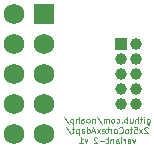
<source format=gbr>
%TF.GenerationSoftware,KiCad,Pcbnew,5.1.8-db9833491~88~ubuntu20.04.1*%
%TF.CreationDate,2020-12-14T11:52:55-05:00*%
%TF.ProjectId,2x5toCortexAdapt,32783574-6f43-46f7-9274-657841646170,rev?*%
%TF.SameCoordinates,Original*%
%TF.FileFunction,Soldermask,Bot*%
%TF.FilePolarity,Negative*%
%FSLAX46Y46*%
G04 Gerber Fmt 4.6, Leading zero omitted, Abs format (unit mm)*
G04 Created by KiCad (PCBNEW 5.1.8-db9833491~88~ubuntu20.04.1) date 2020-12-14 11:52:55*
%MOMM*%
%LPD*%
G01*
G04 APERTURE LIST*
%ADD10C,0.125000*%
%ADD11R,1.000000X1.000000*%
%ADD12C,1.000000*%
%ADD13R,1.750000X1.750000*%
%ADD14C,1.750000*%
G04 APERTURE END LIST*
D10*
X159082952Y-114016357D02*
X159082952Y-114421119D01*
X159106761Y-114468738D01*
X159130571Y-114492547D01*
X159178190Y-114516357D01*
X159249619Y-114516357D01*
X159297238Y-114492547D01*
X159082952Y-114325880D02*
X159130571Y-114349690D01*
X159225809Y-114349690D01*
X159273428Y-114325880D01*
X159297238Y-114302071D01*
X159321047Y-114254452D01*
X159321047Y-114111595D01*
X159297238Y-114063976D01*
X159273428Y-114040166D01*
X159225809Y-114016357D01*
X159130571Y-114016357D01*
X159082952Y-114040166D01*
X158844857Y-114349690D02*
X158844857Y-114016357D01*
X158844857Y-113849690D02*
X158868666Y-113873500D01*
X158844857Y-113897309D01*
X158821047Y-113873500D01*
X158844857Y-113849690D01*
X158844857Y-113897309D01*
X158678190Y-114016357D02*
X158487714Y-114016357D01*
X158606761Y-113849690D02*
X158606761Y-114278261D01*
X158582952Y-114325880D01*
X158535333Y-114349690D01*
X158487714Y-114349690D01*
X158321047Y-114349690D02*
X158321047Y-113849690D01*
X158106761Y-114349690D02*
X158106761Y-114087785D01*
X158130571Y-114040166D01*
X158178190Y-114016357D01*
X158249619Y-114016357D01*
X158297238Y-114040166D01*
X158321047Y-114063976D01*
X157654380Y-114016357D02*
X157654380Y-114349690D01*
X157868666Y-114016357D02*
X157868666Y-114278261D01*
X157844857Y-114325880D01*
X157797238Y-114349690D01*
X157725809Y-114349690D01*
X157678190Y-114325880D01*
X157654380Y-114302071D01*
X157416285Y-114349690D02*
X157416285Y-113849690D01*
X157416285Y-114040166D02*
X157368666Y-114016357D01*
X157273428Y-114016357D01*
X157225809Y-114040166D01*
X157202000Y-114063976D01*
X157178190Y-114111595D01*
X157178190Y-114254452D01*
X157202000Y-114302071D01*
X157225809Y-114325880D01*
X157273428Y-114349690D01*
X157368666Y-114349690D01*
X157416285Y-114325880D01*
X156963904Y-114302071D02*
X156940095Y-114325880D01*
X156963904Y-114349690D01*
X156987714Y-114325880D01*
X156963904Y-114302071D01*
X156963904Y-114349690D01*
X156511523Y-114325880D02*
X156559142Y-114349690D01*
X156654380Y-114349690D01*
X156702000Y-114325880D01*
X156725809Y-114302071D01*
X156749619Y-114254452D01*
X156749619Y-114111595D01*
X156725809Y-114063976D01*
X156702000Y-114040166D01*
X156654380Y-114016357D01*
X156559142Y-114016357D01*
X156511523Y-114040166D01*
X156225809Y-114349690D02*
X156273428Y-114325880D01*
X156297238Y-114302071D01*
X156321047Y-114254452D01*
X156321047Y-114111595D01*
X156297238Y-114063976D01*
X156273428Y-114040166D01*
X156225809Y-114016357D01*
X156154380Y-114016357D01*
X156106761Y-114040166D01*
X156082952Y-114063976D01*
X156059142Y-114111595D01*
X156059142Y-114254452D01*
X156082952Y-114302071D01*
X156106761Y-114325880D01*
X156154380Y-114349690D01*
X156225809Y-114349690D01*
X155844857Y-114349690D02*
X155844857Y-114016357D01*
X155844857Y-114063976D02*
X155821047Y-114040166D01*
X155773428Y-114016357D01*
X155702000Y-114016357D01*
X155654380Y-114040166D01*
X155630571Y-114087785D01*
X155630571Y-114349690D01*
X155630571Y-114087785D02*
X155606761Y-114040166D01*
X155559142Y-114016357D01*
X155487714Y-114016357D01*
X155440095Y-114040166D01*
X155416285Y-114087785D01*
X155416285Y-114349690D01*
X154821047Y-113825880D02*
X155249619Y-114468738D01*
X154654380Y-114016357D02*
X154654380Y-114349690D01*
X154654380Y-114063976D02*
X154630571Y-114040166D01*
X154582952Y-114016357D01*
X154511523Y-114016357D01*
X154463904Y-114040166D01*
X154440095Y-114087785D01*
X154440095Y-114349690D01*
X154130571Y-114349690D02*
X154178190Y-114325880D01*
X154202000Y-114302071D01*
X154225809Y-114254452D01*
X154225809Y-114111595D01*
X154202000Y-114063976D01*
X154178190Y-114040166D01*
X154130571Y-114016357D01*
X154059142Y-114016357D01*
X154011523Y-114040166D01*
X153987714Y-114063976D01*
X153963904Y-114111595D01*
X153963904Y-114254452D01*
X153987714Y-114302071D01*
X154011523Y-114325880D01*
X154059142Y-114349690D01*
X154130571Y-114349690D01*
X153535333Y-114349690D02*
X153535333Y-114087785D01*
X153559142Y-114040166D01*
X153606761Y-114016357D01*
X153702000Y-114016357D01*
X153749619Y-114040166D01*
X153535333Y-114325880D02*
X153582952Y-114349690D01*
X153702000Y-114349690D01*
X153749619Y-114325880D01*
X153773428Y-114278261D01*
X153773428Y-114230642D01*
X153749619Y-114183023D01*
X153702000Y-114159214D01*
X153582952Y-114159214D01*
X153535333Y-114135404D01*
X153297238Y-114349690D02*
X153297238Y-113849690D01*
X153082952Y-114349690D02*
X153082952Y-114087785D01*
X153106761Y-114040166D01*
X153154380Y-114016357D01*
X153225809Y-114016357D01*
X153273428Y-114040166D01*
X153297238Y-114063976D01*
X152844857Y-114016357D02*
X152844857Y-114516357D01*
X152844857Y-114040166D02*
X152797238Y-114016357D01*
X152702000Y-114016357D01*
X152654380Y-114040166D01*
X152630571Y-114063976D01*
X152606761Y-114111595D01*
X152606761Y-114254452D01*
X152630571Y-114302071D01*
X152654380Y-114325880D01*
X152702000Y-114349690D01*
X152797238Y-114349690D01*
X152844857Y-114325880D01*
X152035333Y-113825880D02*
X152463904Y-114468738D01*
X159142476Y-114772309D02*
X159118666Y-114748500D01*
X159071047Y-114724690D01*
X158952000Y-114724690D01*
X158904380Y-114748500D01*
X158880571Y-114772309D01*
X158856761Y-114819928D01*
X158856761Y-114867547D01*
X158880571Y-114938976D01*
X159166285Y-115224690D01*
X158856761Y-115224690D01*
X158690095Y-115224690D02*
X158428190Y-114891357D01*
X158690095Y-114891357D02*
X158428190Y-115224690D01*
X157999619Y-114724690D02*
X158237714Y-114724690D01*
X158261523Y-114962785D01*
X158237714Y-114938976D01*
X158190095Y-114915166D01*
X158071047Y-114915166D01*
X158023428Y-114938976D01*
X157999619Y-114962785D01*
X157975809Y-115010404D01*
X157975809Y-115129452D01*
X157999619Y-115177071D01*
X158023428Y-115200880D01*
X158071047Y-115224690D01*
X158190095Y-115224690D01*
X158237714Y-115200880D01*
X158261523Y-115177071D01*
X157832952Y-114891357D02*
X157642476Y-114891357D01*
X157761523Y-114724690D02*
X157761523Y-115153261D01*
X157737714Y-115200880D01*
X157690095Y-115224690D01*
X157642476Y-115224690D01*
X157404380Y-115224690D02*
X157452000Y-115200880D01*
X157475809Y-115177071D01*
X157499619Y-115129452D01*
X157499619Y-114986595D01*
X157475809Y-114938976D01*
X157452000Y-114915166D01*
X157404380Y-114891357D01*
X157332952Y-114891357D01*
X157285333Y-114915166D01*
X157261523Y-114938976D01*
X157237714Y-114986595D01*
X157237714Y-115129452D01*
X157261523Y-115177071D01*
X157285333Y-115200880D01*
X157332952Y-115224690D01*
X157404380Y-115224690D01*
X156737714Y-115177071D02*
X156761523Y-115200880D01*
X156832952Y-115224690D01*
X156880571Y-115224690D01*
X156952000Y-115200880D01*
X156999619Y-115153261D01*
X157023428Y-115105642D01*
X157047238Y-115010404D01*
X157047238Y-114938976D01*
X157023428Y-114843738D01*
X156999619Y-114796119D01*
X156952000Y-114748500D01*
X156880571Y-114724690D01*
X156832952Y-114724690D01*
X156761523Y-114748500D01*
X156737714Y-114772309D01*
X156452000Y-115224690D02*
X156499619Y-115200880D01*
X156523428Y-115177071D01*
X156547238Y-115129452D01*
X156547238Y-114986595D01*
X156523428Y-114938976D01*
X156499619Y-114915166D01*
X156452000Y-114891357D01*
X156380571Y-114891357D01*
X156332952Y-114915166D01*
X156309142Y-114938976D01*
X156285333Y-114986595D01*
X156285333Y-115129452D01*
X156309142Y-115177071D01*
X156332952Y-115200880D01*
X156380571Y-115224690D01*
X156452000Y-115224690D01*
X156071047Y-115224690D02*
X156071047Y-114891357D01*
X156071047Y-114986595D02*
X156047238Y-114938976D01*
X156023428Y-114915166D01*
X155975809Y-114891357D01*
X155928190Y-114891357D01*
X155832952Y-114891357D02*
X155642476Y-114891357D01*
X155761523Y-114724690D02*
X155761523Y-115153261D01*
X155737714Y-115200880D01*
X155690095Y-115224690D01*
X155642476Y-115224690D01*
X155285333Y-115200880D02*
X155332952Y-115224690D01*
X155428190Y-115224690D01*
X155475809Y-115200880D01*
X155499619Y-115153261D01*
X155499619Y-114962785D01*
X155475809Y-114915166D01*
X155428190Y-114891357D01*
X155332952Y-114891357D01*
X155285333Y-114915166D01*
X155261523Y-114962785D01*
X155261523Y-115010404D01*
X155499619Y-115058023D01*
X155094857Y-115224690D02*
X154832952Y-114891357D01*
X155094857Y-114891357D02*
X154832952Y-115224690D01*
X154666285Y-115081833D02*
X154428190Y-115081833D01*
X154713904Y-115224690D02*
X154547238Y-114724690D01*
X154380571Y-115224690D01*
X153999619Y-115224690D02*
X153999619Y-114724690D01*
X153999619Y-115200880D02*
X154047238Y-115224690D01*
X154142476Y-115224690D01*
X154190095Y-115200880D01*
X154213904Y-115177071D01*
X154237714Y-115129452D01*
X154237714Y-114986595D01*
X154213904Y-114938976D01*
X154190095Y-114915166D01*
X154142476Y-114891357D01*
X154047238Y-114891357D01*
X153999619Y-114915166D01*
X153547238Y-115224690D02*
X153547238Y-114962785D01*
X153571047Y-114915166D01*
X153618666Y-114891357D01*
X153713904Y-114891357D01*
X153761523Y-114915166D01*
X153547238Y-115200880D02*
X153594857Y-115224690D01*
X153713904Y-115224690D01*
X153761523Y-115200880D01*
X153785333Y-115153261D01*
X153785333Y-115105642D01*
X153761523Y-115058023D01*
X153713904Y-115034214D01*
X153594857Y-115034214D01*
X153547238Y-115010404D01*
X153309142Y-114891357D02*
X153309142Y-115391357D01*
X153309142Y-114915166D02*
X153261523Y-114891357D01*
X153166285Y-114891357D01*
X153118666Y-114915166D01*
X153094857Y-114938976D01*
X153071047Y-114986595D01*
X153071047Y-115129452D01*
X153094857Y-115177071D01*
X153118666Y-115200880D01*
X153166285Y-115224690D01*
X153261523Y-115224690D01*
X153309142Y-115200880D01*
X152928190Y-114891357D02*
X152737714Y-114891357D01*
X152856761Y-114724690D02*
X152856761Y-115153261D01*
X152832952Y-115200880D01*
X152785333Y-115224690D01*
X152737714Y-115224690D01*
X152213904Y-114700880D02*
X152642476Y-115343738D01*
X158082952Y-115766357D02*
X157963904Y-116099690D01*
X157844857Y-115766357D01*
X157440095Y-116099690D02*
X157440095Y-115837785D01*
X157463904Y-115790166D01*
X157511523Y-115766357D01*
X157606761Y-115766357D01*
X157654380Y-115790166D01*
X157440095Y-116075880D02*
X157487714Y-116099690D01*
X157606761Y-116099690D01*
X157654380Y-116075880D01*
X157678190Y-116028261D01*
X157678190Y-115980642D01*
X157654380Y-115933023D01*
X157606761Y-115909214D01*
X157487714Y-115909214D01*
X157440095Y-115885404D01*
X157202000Y-116099690D02*
X157202000Y-115766357D01*
X157202000Y-115861595D02*
X157178190Y-115813976D01*
X157154380Y-115790166D01*
X157106761Y-115766357D01*
X157059142Y-115766357D01*
X156892476Y-116099690D02*
X156892476Y-115766357D01*
X156892476Y-115599690D02*
X156916285Y-115623500D01*
X156892476Y-115647309D01*
X156868666Y-115623500D01*
X156892476Y-115599690D01*
X156892476Y-115647309D01*
X156440095Y-116099690D02*
X156440095Y-115837785D01*
X156463904Y-115790166D01*
X156511523Y-115766357D01*
X156606761Y-115766357D01*
X156654380Y-115790166D01*
X156440095Y-116075880D02*
X156487714Y-116099690D01*
X156606761Y-116099690D01*
X156654380Y-116075880D01*
X156678190Y-116028261D01*
X156678190Y-115980642D01*
X156654380Y-115933023D01*
X156606761Y-115909214D01*
X156487714Y-115909214D01*
X156440095Y-115885404D01*
X156202000Y-115766357D02*
X156202000Y-116099690D01*
X156202000Y-115813976D02*
X156178190Y-115790166D01*
X156130571Y-115766357D01*
X156059142Y-115766357D01*
X156011523Y-115790166D01*
X155987714Y-115837785D01*
X155987714Y-116099690D01*
X155821047Y-115766357D02*
X155630571Y-115766357D01*
X155749619Y-115599690D02*
X155749619Y-116028261D01*
X155725809Y-116075880D01*
X155678190Y-116099690D01*
X155630571Y-116099690D01*
X155463904Y-115909214D02*
X155082952Y-115909214D01*
X154868666Y-115647309D02*
X154844857Y-115623500D01*
X154797238Y-115599690D01*
X154678190Y-115599690D01*
X154630571Y-115623500D01*
X154606761Y-115647309D01*
X154582952Y-115694928D01*
X154582952Y-115742547D01*
X154606761Y-115813976D01*
X154892476Y-116099690D01*
X154582952Y-116099690D01*
X154035333Y-115766357D02*
X153916285Y-116099690D01*
X153797238Y-115766357D01*
X153344857Y-116099690D02*
X153630571Y-116099690D01*
X153487714Y-116099690D02*
X153487714Y-115599690D01*
X153535333Y-115671119D01*
X153582952Y-115718738D01*
X153630571Y-115742547D01*
D11*
%TO.C,J2*%
X156845000Y-107696000D03*
D12*
X158115000Y-107696000D03*
X156845000Y-108966000D03*
X158115000Y-108966000D03*
X156845000Y-110236000D03*
X158115000Y-110236000D03*
X156845000Y-111506000D03*
X158115000Y-111506000D03*
X156845000Y-112776000D03*
X158115000Y-112776000D03*
%TD*%
D13*
%TO.C,J1*%
X150368000Y-105156000D03*
D14*
X147828000Y-105156000D03*
X150368000Y-107696000D03*
X147828000Y-107696000D03*
X150368000Y-110236000D03*
X147828000Y-110236000D03*
X150368000Y-112776000D03*
X147828000Y-112776000D03*
X150368000Y-115316000D03*
X147828000Y-115316000D03*
%TD*%
M02*

</source>
